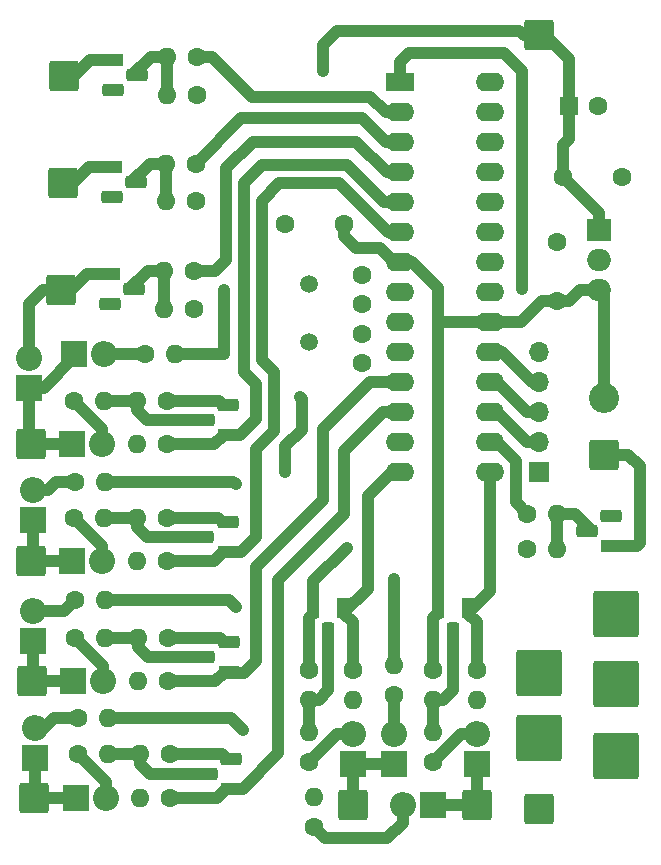
<source format=gtl>
%TF.GenerationSoftware,KiCad,Pcbnew,(6.0.4)*%
%TF.CreationDate,2023-07-23T18:33:21+02:00*%
%TF.ProjectId,OT_windows_remapper,4f545f77-696e-4646-9f77-735f72656d61,rev?*%
%TF.SameCoordinates,Original*%
%TF.FileFunction,Copper,L1,Top*%
%TF.FilePolarity,Positive*%
%FSLAX46Y46*%
G04 Gerber Fmt 4.6, Leading zero omitted, Abs format (unit mm)*
G04 Created by KiCad (PCBNEW (6.0.4)) date 2023-07-23 18:33:21*
%MOMM*%
%LPD*%
G01*
G04 APERTURE LIST*
G04 Aperture macros list*
%AMRoundRect*
0 Rectangle with rounded corners*
0 $1 Rounding radius*
0 $2 $3 $4 $5 $6 $7 $8 $9 X,Y pos of 4 corners*
0 Add a 4 corners polygon primitive as box body*
4,1,4,$2,$3,$4,$5,$6,$7,$8,$9,$2,$3,0*
0 Add four circle primitives for the rounded corners*
1,1,$1+$1,$2,$3*
1,1,$1+$1,$4,$5*
1,1,$1+$1,$6,$7*
1,1,$1+$1,$8,$9*
0 Add four rect primitives between the rounded corners*
20,1,$1+$1,$2,$3,$4,$5,0*
20,1,$1+$1,$4,$5,$6,$7,0*
20,1,$1+$1,$6,$7,$8,$9,0*
20,1,$1+$1,$8,$9,$2,$3,0*%
G04 Aperture macros list end*
%TA.AperFunction,ComponentPad*%
%ADD10C,1.600000*%
%TD*%
%TA.AperFunction,ComponentPad*%
%ADD11O,1.600000X1.600000*%
%TD*%
%TA.AperFunction,ComponentPad*%
%ADD12R,2.200000X2.200000*%
%TD*%
%TA.AperFunction,ComponentPad*%
%ADD13O,2.200000X2.200000*%
%TD*%
%TA.AperFunction,ComponentPad*%
%ADD14R,2.400000X1.600000*%
%TD*%
%TA.AperFunction,ComponentPad*%
%ADD15O,2.400000X1.600000*%
%TD*%
%TA.AperFunction,ComponentPad*%
%ADD16RoundRect,0.249999X-1.025001X-1.025001X1.025001X-1.025001X1.025001X1.025001X-1.025001X1.025001X0*%
%TD*%
%TA.AperFunction,ComponentPad*%
%ADD17R,2.000000X1.905000*%
%TD*%
%TA.AperFunction,ComponentPad*%
%ADD18O,2.000000X1.905000*%
%TD*%
%TA.AperFunction,ComponentPad*%
%ADD19R,1.100000X1.800000*%
%TD*%
%TA.AperFunction,ComponentPad*%
%ADD20RoundRect,0.275000X0.275000X0.625000X-0.275000X0.625000X-0.275000X-0.625000X0.275000X-0.625000X0*%
%TD*%
%TA.AperFunction,ComponentPad*%
%ADD21RoundRect,0.275000X0.625000X-0.275000X0.625000X0.275000X-0.625000X0.275000X-0.625000X-0.275000X0*%
%TD*%
%TA.AperFunction,ComponentPad*%
%ADD22R,1.800000X1.100000*%
%TD*%
%TA.AperFunction,ComponentPad*%
%ADD23RoundRect,0.250002X1.699998X-1.699998X1.699998X1.699998X-1.699998X1.699998X-1.699998X-1.699998X0*%
%TD*%
%TA.AperFunction,ComponentPad*%
%ADD24RoundRect,0.249999X1.025001X-1.025001X1.025001X1.025001X-1.025001X1.025001X-1.025001X-1.025001X0*%
%TD*%
%TA.AperFunction,ComponentPad*%
%ADD25RoundRect,0.250002X-1.699998X-1.699998X1.699998X-1.699998X1.699998X1.699998X-1.699998X1.699998X0*%
%TD*%
%TA.AperFunction,ComponentPad*%
%ADD26RoundRect,0.275000X-0.625000X0.275000X-0.625000X-0.275000X0.625000X-0.275000X0.625000X0.275000X0*%
%TD*%
%TA.AperFunction,ComponentPad*%
%ADD27R,1.700000X1.700000*%
%TD*%
%TA.AperFunction,ComponentPad*%
%ADD28O,1.700000X1.700000*%
%TD*%
%TA.AperFunction,ComponentPad*%
%ADD29C,1.500000*%
%TD*%
%TA.AperFunction,ComponentPad*%
%ADD30C,2.550000*%
%TD*%
%TA.AperFunction,ComponentPad*%
%ADD31R,1.600000X1.600000*%
%TD*%
%TA.AperFunction,ViaPad*%
%ADD32C,0.800000*%
%TD*%
%TA.AperFunction,Conductor*%
%ADD33C,1.000000*%
%TD*%
G04 APERTURE END LIST*
D10*
%TO.P,R32,1*%
%TO.N,Net-(D13-Pad2)*%
X133200000Y-86845001D03*
D11*
%TO.P,R32,2*%
%TO.N,Net-(C3-Pad1)*%
X133200000Y-84305001D03*
%TD*%
D10*
%TO.P,R31,1*%
%TO.N,Net-(D12-Pad2)*%
X106155000Y-78800000D03*
D11*
%TO.P,R31,2*%
%TO.N,Net-(C3-Pad1)*%
X108695000Y-78800000D03*
%TD*%
D10*
%TO.P,R30,1*%
%TO.N,Net-(D11-Pad2)*%
X106400000Y-88800000D03*
D11*
%TO.P,R30,2*%
%TO.N,Net-(C3-Pad1)*%
X108940000Y-88800000D03*
%TD*%
%TO.P,R29,2*%
%TO.N,Net-(C3-Pad1)*%
X114695000Y-58000000D03*
D10*
%TO.P,R29,1*%
%TO.N,Net-(D10-Pad2)*%
X112155000Y-58000000D03*
%TD*%
D11*
%TO.P,R28,2*%
%TO.N,Net-(C3-Pad1)*%
X108695000Y-68800000D03*
D10*
%TO.P,R28,1*%
%TO.N,Net-(D9-Pad2)*%
X106155000Y-68800000D03*
%TD*%
%TO.P,R27,1*%
%TO.N,Net-(D8-Pad2)*%
X126400000Y-98045001D03*
D11*
%TO.P,R27,2*%
%TO.N,Net-(C3-Pad1)*%
X126400000Y-95505001D03*
%TD*%
D12*
%TO.P,D13,1,K*%
%TO.N,Net-(D3-Pad1)*%
X133200000Y-92668234D03*
D13*
%TO.P,D13,2,A*%
%TO.N,Net-(D13-Pad2)*%
X133200000Y-90128234D03*
%TD*%
D12*
%TO.P,D12,1,K*%
%TO.N,Net-(D7-Pad1)*%
X102600000Y-82268234D03*
D13*
%TO.P,D12,2,A*%
%TO.N,Net-(D12-Pad2)*%
X102600000Y-79728234D03*
%TD*%
D12*
%TO.P,D11,1,K*%
%TO.N,Net-(D6-Pad1)*%
X102800000Y-92200000D03*
D13*
%TO.P,D11,2,A*%
%TO.N,Net-(D11-Pad2)*%
X102800000Y-89660000D03*
%TD*%
D12*
%TO.P,D10,1,K*%
%TO.N,Net-(D1-Pad1)*%
X106131766Y-58000000D03*
D13*
%TO.P,D10,2,A*%
%TO.N,Net-(D10-Pad2)*%
X108671766Y-58000000D03*
%TD*%
%TO.P,D9,2,A*%
%TO.N,Net-(D9-Pad2)*%
X102600000Y-69528234D03*
D12*
%TO.P,D9,1,K*%
%TO.N,Net-(D2-Pad1)*%
X102600000Y-72068234D03*
%TD*%
D13*
%TO.P,D8,2,A*%
%TO.N,Net-(D8-Pad2)*%
X133928234Y-96200000D03*
D12*
%TO.P,D8,1,K*%
%TO.N,Net-(D4-Pad1)*%
X136468234Y-96200000D03*
%TD*%
D14*
%TO.P,U1,1,~{RESET}/PC6*%
%TO.N,Net-(J5-Pad5)*%
X133700000Y-34975000D03*
D15*
%TO.P,U1,2,PD0*%
%TO.N,Net-(R11-Pad1)*%
X133700000Y-37515000D03*
%TO.P,U1,3,PD1*%
%TO.N,Net-(R12-Pad1)*%
X133700000Y-40055000D03*
%TO.P,U1,4,PD2*%
%TO.N,Net-(R13-Pad1)*%
X133700000Y-42595000D03*
%TO.P,U1,5,PD3*%
%TO.N,Net-(Q7-Pad1)*%
X133700000Y-45135000D03*
%TO.P,U1,6,PD4*%
%TO.N,Net-(Q4-Pad1)*%
X133700000Y-47675000D03*
%TO.P,U1,7,VCC*%
%TO.N,Net-(C4-Pad1)*%
X133700000Y-50215000D03*
%TO.P,U1,8,GND*%
%TO.N,GND*%
X133700000Y-52755000D03*
%TO.P,U1,9,XTAL1/PB6*%
%TO.N,Net-(C1-Pad1)*%
X133700000Y-55295000D03*
%TO.P,U1,10,XTAL2/PB7*%
%TO.N,Net-(C2-Pad1)*%
X133700000Y-57835000D03*
%TO.P,U1,11,PD5*%
%TO.N,Net-(Q9-Pad1)*%
X133700000Y-60375000D03*
%TO.P,U1,12,PD6*%
%TO.N,Net-(Q8-Pad1)*%
X133700000Y-62915000D03*
%TO.P,U1,13,PD7*%
%TO.N,unconnected-(U1-Pad13)*%
X133700000Y-65455000D03*
%TO.P,U1,14,PB0*%
%TO.N,Net-(Q5-Pad1)*%
X133700000Y-67995000D03*
%TO.P,U1,15,PB1*%
%TO.N,Net-(Q6-Pad1)*%
X141320000Y-67995000D03*
%TO.P,U1,16,PB2*%
%TO.N,Net-(R25-Pad1)*%
X141320000Y-65455000D03*
%TO.P,U1,17,PB3*%
%TO.N,Net-(J5-Pad2)*%
X141320000Y-62915000D03*
%TO.P,U1,18,PB4*%
%TO.N,Net-(J5-Pad3)*%
X141320000Y-60375000D03*
%TO.P,U1,19,PB5*%
%TO.N,Net-(J5-Pad4)*%
X141320000Y-57835000D03*
%TO.P,U1,20,AVCC*%
%TO.N,Net-(C4-Pad1)*%
X141320000Y-55295000D03*
%TO.P,U1,21,AREF*%
%TO.N,unconnected-(U1-Pad21)*%
X141320000Y-52755000D03*
%TO.P,U1,22,GND*%
%TO.N,GND*%
X141320000Y-50215000D03*
%TO.P,U1,23,PC0*%
%TO.N,unconnected-(U1-Pad23)*%
X141320000Y-47675000D03*
%TO.P,U1,24,PC1*%
%TO.N,unconnected-(U1-Pad24)*%
X141320000Y-45135000D03*
%TO.P,U1,25,PC2*%
%TO.N,unconnected-(U1-Pad25)*%
X141320000Y-42595000D03*
%TO.P,U1,26,PC3*%
%TO.N,unconnected-(U1-Pad26)*%
X141320000Y-40055000D03*
%TO.P,U1,27,PC4*%
%TO.N,unconnected-(U1-Pad27)*%
X141320000Y-37515000D03*
%TO.P,U1,28,PC5*%
%TO.N,unconnected-(U1-Pad28)*%
X141320000Y-34975000D03*
%TD*%
D12*
%TO.P,D3,1,K*%
%TO.N,Net-(D3-Pad1)*%
X129700000Y-92700000D03*
D13*
%TO.P,D3,2,A*%
%TO.N,Net-(D3-Pad2)*%
X129700000Y-90160000D03*
%TD*%
D10*
%TO.P,C5,1*%
%TO.N,Net-(C4-Pad1)*%
X129000000Y-47000000D03*
%TO.P,C5,2*%
%TO.N,GND*%
X124000000Y-47000000D03*
%TD*%
D16*
%TO.P,J10,1,Pin_1*%
%TO.N,Net-(D6-Pad1)*%
X102750000Y-95550000D03*
%TD*%
D12*
%TO.P,D4,1,K*%
%TO.N,Net-(D4-Pad1)*%
X140200000Y-92700000D03*
D13*
%TO.P,D4,2,A*%
%TO.N,Net-(D4-Pad2)*%
X140200000Y-90160000D03*
%TD*%
D17*
%TO.P,U2,1,IN*%
%TO.N,Net-(C3-Pad1)*%
X150555000Y-47460000D03*
D18*
%TO.P,U2,2,GND*%
%TO.N,GND*%
X150555000Y-50000000D03*
%TO.P,U2,3,OUT*%
%TO.N,Net-(C4-Pad1)*%
X150555000Y-52540000D03*
%TD*%
D10*
%TO.P,R2,1*%
%TO.N,GND*%
X116515000Y-36021000D03*
D11*
%TO.P,R2,2*%
%TO.N,Net-(Q1-Pad2)*%
X113975000Y-36021000D03*
%TD*%
D10*
%TO.P,R24,1*%
%TO.N,Net-(Q9-Pad1)*%
X114045000Y-85700000D03*
D11*
%TO.P,R24,2*%
%TO.N,GND*%
X111505000Y-85700000D03*
%TD*%
D10*
%TO.P,R16,1*%
%TO.N,Net-(C4-Pad1)*%
X113970000Y-61924000D03*
D11*
%TO.P,R16,2*%
%TO.N,Net-(Q7-Pad2)*%
X111430000Y-61924000D03*
%TD*%
%TO.P,R4,2*%
%TO.N,Net-(Q3-Pad2)*%
X113721000Y-54128500D03*
D10*
%TO.P,R4,1*%
%TO.N,GND*%
X116261000Y-54128500D03*
%TD*%
%TO.P,C1,1*%
%TO.N,Net-(C1-Pad1)*%
X130500000Y-53750000D03*
%TO.P,C1,2*%
%TO.N,GND*%
X130500000Y-51250000D03*
%TD*%
D19*
%TO.P,Q5,1,C*%
%TO.N,Net-(Q5-Pad1)*%
X128920000Y-79520000D03*
D20*
%TO.P,Q5,2,B*%
%TO.N,Net-(Q5-Pad2)*%
X127650000Y-81590000D03*
%TO.P,Q5,3,E*%
%TO.N,Net-(C4-Pad1)*%
X126380000Y-79520000D03*
%TD*%
D21*
%TO.P,Q9,3,E*%
%TO.N,Net-(C4-Pad1)*%
X119220000Y-82380000D03*
%TO.P,Q9,2,B*%
%TO.N,Net-(Q9-Pad2)*%
X117150000Y-83650000D03*
D22*
%TO.P,Q9,1,C*%
%TO.N,Net-(Q9-Pad1)*%
X119220000Y-84920000D03*
%TD*%
D23*
%TO.P,J2,1,Pin_1*%
%TO.N,Net-(J15-Pad1)*%
X152000000Y-80000000D03*
%TD*%
%TO.P,J4,1,Pin_1*%
%TO.N,Net-(J15-Pad1)*%
X152000000Y-92000000D03*
%TD*%
D16*
%TO.P,J11,1,Pin_1*%
%TO.N,Net-(D7-Pad1)*%
X102550000Y-85700000D03*
%TD*%
D10*
%TO.P,R15,1*%
%TO.N,Net-(C4-Pad1)*%
X136500000Y-84695000D03*
D11*
%TO.P,R15,2*%
%TO.N,Net-(Q6-Pad2)*%
X136500000Y-87235000D03*
%TD*%
D10*
%TO.P,C6,1*%
%TO.N,Net-(C3-Pad1)*%
X147500000Y-43000000D03*
%TO.P,C6,2*%
%TO.N,GND*%
X152500000Y-43000000D03*
%TD*%
D24*
%TO.P,J13,1,Pin_1*%
%TO.N,Net-(D4-Pad1)*%
X140200000Y-96190000D03*
%TD*%
D10*
%TO.P,R25,1*%
%TO.N,Net-(R25-Pad1)*%
X144455000Y-71500000D03*
D11*
%TO.P,R25,2*%
%TO.N,Net-(Q10-Pad2)*%
X146995000Y-71500000D03*
%TD*%
D25*
%TO.P,J18,1,Pin_1*%
%TO.N,GND*%
X145500000Y-85000000D03*
%TD*%
D11*
%TO.P,R13,2*%
%TO.N,Net-(Q3-Pad2)*%
X113716000Y-50928500D03*
D10*
%TO.P,R13,1*%
%TO.N,Net-(R13-Pad1)*%
X116256000Y-50928500D03*
%TD*%
%TO.P,R9,1*%
%TO.N,Net-(D7-Pad2)*%
X106200000Y-82000000D03*
D11*
%TO.P,R9,2*%
%TO.N,Net-(Q9-Pad2)*%
X108740000Y-82000000D03*
%TD*%
D26*
%TO.P,Q3,3,E*%
%TO.N,GND*%
X109116000Y-53773500D03*
%TO.P,Q3,2,B*%
%TO.N,Net-(Q3-Pad2)*%
X111186000Y-52503500D03*
D22*
%TO.P,Q3,1,C*%
%TO.N,Net-(D1-Pad2)*%
X109116000Y-51233500D03*
%TD*%
D10*
%TO.P,R19,1*%
%TO.N,Net-(Q4-Pad1)*%
X113941000Y-75530000D03*
D11*
%TO.P,R19,2*%
%TO.N,GND*%
X111401000Y-75530000D03*
%TD*%
D12*
%TO.P,D2,1,K*%
%TO.N,Net-(D2-Pad1)*%
X105936000Y-75530000D03*
D13*
%TO.P,D2,2,A*%
%TO.N,Net-(D2-Pad2)*%
X108476000Y-75530000D03*
%TD*%
D10*
%TO.P,R12,1*%
%TO.N,Net-(R12-Pad1)*%
X116425500Y-41858000D03*
D11*
%TO.P,R12,2*%
%TO.N,Net-(Q2-Pad2)*%
X113885500Y-41858000D03*
%TD*%
D16*
%TO.P,J1,1,Pin_1*%
%TO.N,Net-(C3-Pad1)*%
X145500000Y-31000000D03*
%TD*%
D12*
%TO.P,D7,1,K*%
%TO.N,Net-(D7-Pad1)*%
X106040000Y-85700000D03*
D13*
%TO.P,D7,2,A*%
%TO.N,Net-(D7-Pad2)*%
X108580000Y-85700000D03*
%TD*%
D22*
%TO.P,Q2,1,C*%
%TO.N,Net-(J7-Pad1)*%
X109285500Y-42163000D03*
D26*
%TO.P,Q2,2,B*%
%TO.N,Net-(Q2-Pad2)*%
X111355500Y-43433000D03*
%TO.P,Q2,3,E*%
%TO.N,GND*%
X109285500Y-44703000D03*
%TD*%
D27*
%TO.P,J5,1,Pin_1*%
%TO.N,GND*%
X145500000Y-68000000D03*
D28*
%TO.P,J5,2,Pin_2*%
%TO.N,Net-(J5-Pad2)*%
X145500000Y-65460000D03*
%TO.P,J5,3,Pin_3*%
%TO.N,Net-(J5-Pad3)*%
X145500000Y-62920000D03*
%TO.P,J5,4,Pin_4*%
%TO.N,Net-(J5-Pad4)*%
X145500000Y-60380000D03*
%TO.P,J5,5,Pin_5*%
%TO.N,Net-(J5-Pad5)*%
X145500000Y-57840000D03*
%TD*%
D16*
%TO.P,J7,1,Pin_1*%
%TO.N,Net-(J7-Pad1)*%
X105180500Y-43483000D03*
%TD*%
%TO.P,J17,1,Pin_1*%
%TO.N,GND*%
X145500000Y-96500000D03*
%TD*%
D10*
%TO.P,R1,1*%
%TO.N,Net-(D2-Pad2)*%
X106096000Y-71830000D03*
D11*
%TO.P,R1,2*%
%TO.N,Net-(Q4-Pad2)*%
X108636000Y-71830000D03*
%TD*%
D10*
%TO.P,C2,1*%
%TO.N,Net-(C2-Pad1)*%
X130500000Y-56250000D03*
%TO.P,C2,2*%
%TO.N,GND*%
X130500000Y-58750000D03*
%TD*%
D29*
%TO.P,Y1,1,1*%
%TO.N,Net-(C2-Pad1)*%
X126000000Y-56950000D03*
%TO.P,Y1,2,2*%
%TO.N,Net-(C1-Pad1)*%
X126000000Y-52070000D03*
%TD*%
D22*
%TO.P,Q4,1,C*%
%TO.N,Net-(Q4-Pad1)*%
X119116000Y-74750000D03*
D21*
%TO.P,Q4,2,B*%
%TO.N,Net-(Q4-Pad2)*%
X117046000Y-73480000D03*
%TO.P,Q4,3,E*%
%TO.N,Net-(C4-Pad1)*%
X119116000Y-72210000D03*
%TD*%
D25*
%TO.P,J19,1,Pin_1*%
%TO.N,GND*%
X145500000Y-90500000D03*
%TD*%
D23*
%TO.P,J15,1,Pin_1*%
%TO.N,Net-(J15-Pad1)*%
X152000000Y-85950000D03*
%TD*%
D24*
%TO.P,J3,1,Pin_1*%
%TO.N,Net-(J3-Pad1)*%
X151000000Y-66500000D03*
D30*
%TO.P,J3,2,Pin_2*%
%TO.N,Net-(C4-Pad1)*%
X151000000Y-61700000D03*
%TD*%
D12*
%TO.P,D5,1,K*%
%TO.N,Net-(D1-Pad1)*%
X105965000Y-65624000D03*
D13*
%TO.P,D5,2,A*%
%TO.N,Net-(D5-Pad2)*%
X108505000Y-65624000D03*
%TD*%
D10*
%TO.P,R6,1*%
%TO.N,Net-(D4-Pad2)*%
X136500000Y-92540000D03*
D11*
%TO.P,R6,2*%
%TO.N,Net-(Q6-Pad2)*%
X136500000Y-90000000D03*
%TD*%
D22*
%TO.P,Q1,1,C*%
%TO.N,Net-(J6-Pad1)*%
X109370000Y-33126000D03*
D26*
%TO.P,Q1,2,B*%
%TO.N,Net-(Q1-Pad2)*%
X111440000Y-34396000D03*
%TO.P,Q1,3,E*%
%TO.N,GND*%
X109370000Y-35666000D03*
%TD*%
D12*
%TO.P,D6,1,K*%
%TO.N,Net-(D6-Pad1)*%
X106240000Y-95550000D03*
D13*
%TO.P,D6,2,A*%
%TO.N,Net-(D6-Pad2)*%
X108780000Y-95550000D03*
%TD*%
D10*
%TO.P,R26,1*%
%TO.N,GND*%
X144455000Y-74500000D03*
D11*
%TO.P,R26,2*%
%TO.N,Net-(Q10-Pad2)*%
X146995000Y-74500000D03*
%TD*%
D22*
%TO.P,Q8,1,C*%
%TO.N,Net-(Q8-Pad1)*%
X119420000Y-94770000D03*
D21*
%TO.P,Q8,2,B*%
%TO.N,Net-(Q8-Pad2)*%
X117350000Y-93500000D03*
%TO.P,Q8,3,E*%
%TO.N,Net-(C4-Pad1)*%
X119420000Y-92230000D03*
%TD*%
D10*
%TO.P,R22,1*%
%TO.N,Net-(Q7-Pad1)*%
X113970000Y-65624000D03*
D11*
%TO.P,R22,2*%
%TO.N,GND*%
X111430000Y-65624000D03*
%TD*%
D12*
%TO.P,D1,1,K*%
%TO.N,Net-(D1-Pad1)*%
X102286000Y-60852234D03*
D13*
%TO.P,D1,2,A*%
%TO.N,Net-(D1-Pad2)*%
X102286000Y-58312234D03*
%TD*%
D22*
%TO.P,Q7,1,C*%
%TO.N,Net-(Q7-Pad1)*%
X119145000Y-64844000D03*
D21*
%TO.P,Q7,2,B*%
%TO.N,Net-(Q7-Pad2)*%
X117075000Y-63574000D03*
%TO.P,Q7,3,E*%
%TO.N,Net-(C4-Pad1)*%
X119145000Y-62304000D03*
%TD*%
D10*
%TO.P,R11,1*%
%TO.N,Net-(R11-Pad1)*%
X116510000Y-32821000D03*
D11*
%TO.P,R11,2*%
%TO.N,Net-(Q1-Pad2)*%
X113970000Y-32821000D03*
%TD*%
D10*
%TO.P,R21,1*%
%TO.N,Net-(Q6-Pad1)*%
X140200000Y-84695000D03*
D11*
%TO.P,R21,2*%
%TO.N,GND*%
X140200000Y-87235000D03*
%TD*%
%TO.P,R8,2*%
%TO.N,Net-(Q8-Pad2)*%
X108940000Y-91850000D03*
D10*
%TO.P,R8,1*%
%TO.N,Net-(D6-Pad2)*%
X106400000Y-91850000D03*
%TD*%
D16*
%TO.P,J9,1,Pin_1*%
%TO.N,Net-(D1-Pad1)*%
X102475000Y-65624000D03*
%TD*%
D10*
%TO.P,C4,1*%
%TO.N,Net-(C4-Pad1)*%
X147000000Y-53500000D03*
%TO.P,C4,2*%
%TO.N,GND*%
X147000000Y-48500000D03*
%TD*%
D16*
%TO.P,J8,1,Pin_1*%
%TO.N,Net-(D1-Pad2)*%
X105011000Y-52553500D03*
%TD*%
D19*
%TO.P,Q6,1,C*%
%TO.N,Net-(Q6-Pad1)*%
X139420000Y-79520000D03*
D20*
%TO.P,Q6,2,B*%
%TO.N,Net-(Q6-Pad2)*%
X138150000Y-81590000D03*
%TO.P,Q6,3,E*%
%TO.N,Net-(C4-Pad1)*%
X136880000Y-79520000D03*
%TD*%
D10*
%TO.P,R20,1*%
%TO.N,Net-(Q5-Pad1)*%
X129700000Y-84695000D03*
D11*
%TO.P,R20,2*%
%TO.N,GND*%
X129700000Y-87235000D03*
%TD*%
D16*
%TO.P,J14,1,Pin_1*%
%TO.N,Net-(D2-Pad1)*%
X102446000Y-75530000D03*
%TD*%
D22*
%TO.P,Q10,1,C*%
%TO.N,Net-(J3-Pad1)*%
X151595000Y-74195000D03*
D21*
%TO.P,Q10,2,B*%
%TO.N,Net-(Q10-Pad2)*%
X149525000Y-72925000D03*
%TO.P,Q10,3,E*%
%TO.N,GND*%
X151595000Y-71655000D03*
%TD*%
D16*
%TO.P,J6,1,Pin_1*%
%TO.N,Net-(J6-Pad1)*%
X105265000Y-34446000D03*
%TD*%
D10*
%TO.P,R7,1*%
%TO.N,Net-(D5-Pad2)*%
X106125000Y-61924000D03*
D11*
%TO.P,R7,2*%
%TO.N,Net-(Q7-Pad2)*%
X108665000Y-61924000D03*
%TD*%
D10*
%TO.P,R18,1*%
%TO.N,Net-(C4-Pad1)*%
X114045000Y-82000000D03*
D11*
%TO.P,R18,2*%
%TO.N,Net-(Q9-Pad2)*%
X111505000Y-82000000D03*
%TD*%
D31*
%TO.P,C3,1*%
%TO.N,Net-(C3-Pad1)*%
X148000000Y-37000000D03*
D10*
%TO.P,C3,2*%
%TO.N,GND*%
X150500000Y-37000000D03*
%TD*%
%TO.P,R14,1*%
%TO.N,Net-(C4-Pad1)*%
X126000000Y-84695000D03*
D11*
%TO.P,R14,2*%
%TO.N,Net-(Q5-Pad2)*%
X126000000Y-87235000D03*
%TD*%
D10*
%TO.P,R3,1*%
%TO.N,GND*%
X116430500Y-45058000D03*
D11*
%TO.P,R3,2*%
%TO.N,Net-(Q2-Pad2)*%
X113890500Y-45058000D03*
%TD*%
D24*
%TO.P,J12,1,Pin_1*%
%TO.N,Net-(D3-Pad1)*%
X129700000Y-96190000D03*
%TD*%
D10*
%TO.P,R17,1*%
%TO.N,Net-(C4-Pad1)*%
X114245000Y-91850000D03*
D11*
%TO.P,R17,2*%
%TO.N,Net-(Q8-Pad2)*%
X111705000Y-91850000D03*
%TD*%
D10*
%TO.P,R23,1*%
%TO.N,Net-(Q8-Pad1)*%
X114245000Y-95550000D03*
D11*
%TO.P,R23,2*%
%TO.N,GND*%
X111705000Y-95550000D03*
%TD*%
D10*
%TO.P,R10,1*%
%TO.N,Net-(C4-Pad1)*%
X113941000Y-71830000D03*
D11*
%TO.P,R10,2*%
%TO.N,Net-(Q4-Pad2)*%
X111401000Y-71830000D03*
%TD*%
D10*
%TO.P,R5,1*%
%TO.N,Net-(D3-Pad2)*%
X126000000Y-92540000D03*
D11*
%TO.P,R5,2*%
%TO.N,Net-(Q5-Pad2)*%
X126000000Y-90000000D03*
%TD*%
D32*
%TO.N,Net-(C3-Pad1)*%
X133200000Y-77000000D03*
X127200000Y-34000000D03*
X125200000Y-61600000D03*
X124000000Y-68000000D03*
X120400000Y-89800000D03*
%TO.N,Net-(C4-Pad1)*%
X129200000Y-74400000D03*
%TO.N,Net-(C3-Pad1)*%
X118800000Y-52600000D03*
X119800000Y-69000000D03*
X119800000Y-79400000D03*
%TO.N,Net-(J5-Pad5)*%
X144000000Y-52500000D03*
%TD*%
D33*
%TO.N,Net-(Q8-Pad1)*%
X132285000Y-62915000D02*
X133700000Y-62915000D01*
X129000000Y-66200000D02*
X132285000Y-62915000D01*
X123400000Y-77100000D02*
X129000000Y-71500000D01*
X129000000Y-71500000D02*
X129000000Y-66200000D01*
X123400000Y-91800000D02*
X123400000Y-77100000D01*
X119020000Y-94770000D02*
X120430000Y-94770000D01*
X120430000Y-94770000D02*
X123400000Y-91800000D01*
%TO.N,Net-(C3-Pad1)*%
X133200000Y-84305001D02*
X133200000Y-77000000D01*
%TO.N,Net-(C4-Pad1)*%
X137105000Y-55295000D02*
X136880000Y-55520000D01*
X141320000Y-55295000D02*
X137105000Y-55295000D01*
X136880000Y-55520000D02*
X136880000Y-52380000D01*
X136880000Y-79920000D02*
X136880000Y-55520000D01*
X136880000Y-52380000D02*
X134715000Y-50215000D01*
X134715000Y-50215000D02*
X133700000Y-50215000D01*
%TO.N,Net-(C3-Pad1)*%
X127800000Y-31200000D02*
X127200000Y-31800000D01*
X127200000Y-31800000D02*
X127200000Y-34000000D01*
X128400000Y-30600000D02*
X127800000Y-31200000D01*
X144200000Y-31000000D02*
X143800000Y-30600000D01*
X145500000Y-31000000D02*
X144200000Y-31000000D01*
X143800000Y-30600000D02*
X128400000Y-30600000D01*
%TO.N,Net-(R11-Pad1)*%
X132515000Y-37515000D02*
X133700000Y-37515000D01*
X131200000Y-36200000D02*
X132515000Y-37515000D01*
X121200000Y-36200000D02*
X131200000Y-36200000D01*
X116510000Y-32821000D02*
X117821000Y-32821000D01*
X117821000Y-32821000D02*
X121200000Y-36200000D01*
%TO.N,Net-(C3-Pad1)*%
X125400000Y-61800000D02*
X125200000Y-61600000D01*
X125400000Y-64403622D02*
X125400000Y-61800000D01*
X124000000Y-65803622D02*
X125400000Y-64403622D01*
X124000000Y-68000000D02*
X124000000Y-65803622D01*
%TO.N,Net-(Q9-Pad1)*%
X121500000Y-84000000D02*
X120500000Y-85000000D01*
X121500000Y-76000000D02*
X121500000Y-84000000D01*
X127200000Y-70300000D02*
X121500000Y-76000000D01*
X120500000Y-85000000D02*
X118900000Y-85000000D01*
X131125000Y-60375000D02*
X127200000Y-64300000D01*
X133700000Y-60375000D02*
X131125000Y-60375000D01*
X127200000Y-64300000D02*
X127200000Y-70300000D01*
X118900000Y-85000000D02*
X118820000Y-84920000D01*
%TO.N,Net-(C3-Pad1)*%
X119400000Y-88800000D02*
X120400000Y-89800000D01*
X108940000Y-88800000D02*
X119400000Y-88800000D01*
%TO.N,Net-(D4-Pad1)*%
X140190000Y-96200000D02*
X140200000Y-96190000D01*
X136468234Y-96200000D02*
X140190000Y-96200000D01*
%TO.N,Net-(C4-Pad1)*%
X126380000Y-77220000D02*
X129200000Y-74400000D01*
X126380000Y-79920000D02*
X126380000Y-77220000D01*
%TO.N,Net-(C3-Pad1)*%
X118800000Y-52600000D02*
X118800000Y-58000000D01*
X118800000Y-58000000D02*
X114695000Y-58000000D01*
X119600000Y-68800000D02*
X119800000Y-69000000D01*
X108695000Y-68800000D02*
X119600000Y-68800000D01*
X119200000Y-78800000D02*
X119800000Y-79400000D01*
X108695000Y-78800000D02*
X119200000Y-78800000D01*
%TO.N,Net-(D8-Pad2)*%
X133928234Y-97671766D02*
X133928234Y-96200000D01*
X132600000Y-99000000D02*
X133928234Y-97671766D01*
X127354999Y-99000000D02*
X132600000Y-99000000D01*
X126400000Y-98045001D02*
X127354999Y-99000000D01*
%TO.N,Net-(D13-Pad2)*%
X133200000Y-90128234D02*
X133200000Y-86845001D01*
%TO.N,Net-(D3-Pad1)*%
X129731766Y-92668234D02*
X129700000Y-92700000D01*
X133200000Y-92668234D02*
X129731766Y-92668234D01*
%TO.N,Net-(D11-Pad2)*%
X104400000Y-88800000D02*
X106400000Y-88800000D01*
X102800000Y-89660000D02*
X103540000Y-89660000D01*
X103540000Y-89660000D02*
X104400000Y-88800000D01*
%TO.N,Net-(D6-Pad1)*%
X102800000Y-95500000D02*
X102750000Y-95550000D01*
X102800000Y-92200000D02*
X102800000Y-95500000D01*
%TO.N,Net-(D7-Pad1)*%
X102600000Y-82268234D02*
X102600000Y-85650000D01*
X102600000Y-85650000D02*
X102550000Y-85700000D01*
%TO.N,Net-(D12-Pad2)*%
X105226766Y-79728234D02*
X106155000Y-78800000D01*
X102600000Y-79728234D02*
X105226766Y-79728234D01*
%TO.N,Net-(D2-Pad1)*%
X102600000Y-75376000D02*
X102446000Y-75530000D01*
X102600000Y-72068234D02*
X102600000Y-75376000D01*
%TO.N,Net-(D9-Pad2)*%
X104600000Y-68800000D02*
X106155000Y-68800000D01*
X103871766Y-69528234D02*
X104600000Y-68800000D01*
X102600000Y-69528234D02*
X103871766Y-69528234D01*
%TO.N,Net-(D10-Pad2)*%
X108671766Y-58000000D02*
X112155000Y-58000000D01*
%TO.N,Net-(D1-Pad1)*%
X106131766Y-58268234D02*
X106131766Y-58000000D01*
X103547766Y-60852234D02*
X106131766Y-58268234D01*
X102286000Y-60852234D02*
X103547766Y-60852234D01*
%TO.N,Net-(C3-Pad1)*%
X150555000Y-46055000D02*
X150555000Y-47460000D01*
X146500000Y-31500000D02*
X148000000Y-33000000D01*
X147500000Y-40250000D02*
X148000000Y-39750000D01*
X148000000Y-37000000D02*
X148000000Y-33000000D01*
X147500000Y-43000000D02*
X147500000Y-40250000D01*
X147500000Y-43000000D02*
X150555000Y-46055000D01*
X148000000Y-39750000D02*
X148000000Y-37000000D01*
%TO.N,Net-(C4-Pad1)*%
X129000000Y-48000000D02*
X129000000Y-47000000D01*
X118440000Y-82000000D02*
X118820000Y-82380000D01*
X133215000Y-50215000D02*
X132000000Y-49000000D01*
X136500000Y-80300000D02*
X136880000Y-79920000D01*
X114245000Y-91850000D02*
X118640000Y-91850000D01*
X132000000Y-49000000D02*
X130000000Y-49000000D01*
X126000000Y-84695000D02*
X126000000Y-80300000D01*
X118365000Y-61924000D02*
X118745000Y-62304000D01*
X148000000Y-53500000D02*
X148960000Y-52540000D01*
X141320000Y-55295000D02*
X143955000Y-55295000D01*
X145750000Y-53500000D02*
X147000000Y-53500000D01*
X147000000Y-53500000D02*
X148000000Y-53500000D01*
X151000000Y-52985000D02*
X150555000Y-52540000D01*
X143955000Y-55295000D02*
X145750000Y-53500000D01*
X126000000Y-80300000D02*
X126380000Y-79920000D01*
X148960000Y-52540000D02*
X150555000Y-52540000D01*
X114045000Y-82000000D02*
X118440000Y-82000000D01*
X136500000Y-84695000D02*
X136500000Y-80300000D01*
X113941000Y-71830000D02*
X118336000Y-71830000D01*
X113970000Y-61924000D02*
X118365000Y-61924000D01*
X118336000Y-71830000D02*
X118716000Y-72210000D01*
X151000000Y-61700000D02*
X151000000Y-52985000D01*
X118640000Y-91850000D02*
X119020000Y-92230000D01*
X130000000Y-49000000D02*
X129000000Y-48000000D01*
%TO.N,Net-(D2-Pad2)*%
X108476000Y-74210000D02*
X108476000Y-75530000D01*
X106096000Y-71830000D02*
X108476000Y-74210000D01*
%TO.N,Net-(D3-Pad2)*%
X128380000Y-90160000D02*
X129700000Y-90160000D01*
X126000000Y-92540000D02*
X128380000Y-90160000D01*
%TO.N,Net-(D4-Pad2)*%
X138880000Y-90160000D02*
X140200000Y-90160000D01*
X136500000Y-92540000D02*
X138880000Y-90160000D01*
%TO.N,Net-(D5-Pad2)*%
X108505000Y-64304000D02*
X108505000Y-65624000D01*
X106125000Y-61924000D02*
X108505000Y-64304000D01*
%TO.N,Net-(D6-Pad2)*%
X108780000Y-94230000D02*
X108780000Y-95550000D01*
X106400000Y-91850000D02*
X108780000Y-94230000D01*
%TO.N,Net-(D7-Pad2)*%
X108580000Y-84380000D02*
X108580000Y-85700000D01*
X106200000Y-82000000D02*
X108580000Y-84380000D01*
%TO.N,Net-(J5-Pad2)*%
X141915000Y-62915000D02*
X144460000Y-65460000D01*
X144460000Y-65460000D02*
X145500000Y-65460000D01*
X141320000Y-62915000D02*
X141915000Y-62915000D01*
%TO.N,Net-(J5-Pad3)*%
X141875000Y-60375000D02*
X144420000Y-62920000D01*
X144420000Y-62920000D02*
X145500000Y-62920000D01*
X141320000Y-60375000D02*
X141875000Y-60375000D01*
%TO.N,Net-(J5-Pad4)*%
X141320000Y-57835000D02*
X142335000Y-57835000D01*
X142335000Y-57835000D02*
X144880000Y-60380000D01*
X144880000Y-60380000D02*
X145500000Y-60380000D01*
%TO.N,Net-(Q1-Pad2)*%
X113970000Y-36016000D02*
X113975000Y-36021000D01*
X112615000Y-32821000D02*
X111040000Y-34396000D01*
X113970000Y-32821000D02*
X113970000Y-36016000D01*
X113970000Y-32821000D02*
X112615000Y-32821000D01*
%TO.N,Net-(Q2-Pad2)*%
X113885500Y-41858000D02*
X113885500Y-45053000D01*
X113885500Y-45053000D02*
X113890500Y-45058000D01*
X113885500Y-41858000D02*
X112530500Y-41858000D01*
X112530500Y-41858000D02*
X110955500Y-43433000D01*
%TO.N,Net-(Q3-Pad2)*%
X113716000Y-50928500D02*
X113716000Y-54123500D01*
X112361000Y-50928500D02*
X110786000Y-52503500D01*
X113716000Y-54123500D02*
X113721000Y-54128500D01*
X113716000Y-50928500D02*
X112361000Y-50928500D01*
%TO.N,Net-(Q4-Pad1)*%
X128500000Y-43500000D02*
X132675000Y-47675000D01*
X121500000Y-66000000D02*
X123000000Y-64500000D01*
X122000000Y-58500000D02*
X122000000Y-45000000D01*
X121500000Y-73500000D02*
X121500000Y-66000000D01*
X122000000Y-45000000D02*
X123500000Y-43500000D01*
X117936000Y-75530000D02*
X118666000Y-74800000D01*
X120250000Y-74750000D02*
X121500000Y-73500000D01*
X123500000Y-43500000D02*
X128500000Y-43500000D01*
X118716000Y-74750000D02*
X120250000Y-74750000D01*
X123000000Y-64500000D02*
X123000000Y-59500000D01*
X132675000Y-47675000D02*
X133700000Y-47675000D01*
X113941000Y-75530000D02*
X117936000Y-75530000D01*
X123000000Y-59500000D02*
X122000000Y-58500000D01*
%TO.N,Net-(Q4-Pad2)*%
X108636000Y-71830000D02*
X111401000Y-71830000D01*
X111401000Y-71830000D02*
X111401000Y-72635000D01*
X112246000Y-73480000D02*
X117446000Y-73480000D01*
X111401000Y-72635000D02*
X112246000Y-73480000D01*
%TO.N,Net-(Q5-Pad1)*%
X131000000Y-77840000D02*
X131000000Y-70000000D01*
X128920000Y-79920000D02*
X131000000Y-77840000D01*
X129700000Y-80700000D02*
X128970000Y-79970000D01*
X129700000Y-84695000D02*
X129700000Y-80700000D01*
X133005000Y-67995000D02*
X131000000Y-70000000D01*
X133700000Y-67995000D02*
X133005000Y-67995000D01*
%TO.N,Net-(Q5-Pad2)*%
X127650000Y-86390000D02*
X127650000Y-81190000D01*
X126000000Y-90000000D02*
X126000000Y-87235000D01*
X126805000Y-87235000D02*
X127650000Y-86390000D01*
X126000000Y-87235000D02*
X126805000Y-87235000D01*
%TO.N,Net-(Q6-Pad1)*%
X139420000Y-79920000D02*
X141320000Y-78020000D01*
X141320000Y-78020000D02*
X141320000Y-67995000D01*
X140200000Y-84695000D02*
X140200000Y-80700000D01*
X140200000Y-80700000D02*
X139470000Y-79970000D01*
%TO.N,Net-(Q6-Pad2)*%
X138150000Y-86390000D02*
X138150000Y-81190000D01*
X137305000Y-87235000D02*
X138150000Y-86390000D01*
X136500000Y-87235000D02*
X137305000Y-87235000D01*
X136500000Y-90000000D02*
X136500000Y-87235000D01*
%TO.N,Net-(Q7-Pad1)*%
X113970000Y-65624000D02*
X117965000Y-65624000D01*
X120156000Y-64844000D02*
X121500000Y-63500000D01*
X121500000Y-63500000D02*
X121500000Y-60500000D01*
X129250000Y-42000000D02*
X132385000Y-45135000D01*
X121500000Y-60500000D02*
X120500000Y-59500000D01*
X117965000Y-65624000D02*
X118695000Y-64894000D01*
X120500000Y-43500000D02*
X122000000Y-42000000D01*
X120500000Y-59500000D02*
X120500000Y-43500000D01*
X118745000Y-64844000D02*
X120156000Y-64844000D01*
X132385000Y-45135000D02*
X133700000Y-45135000D01*
X122000000Y-42000000D02*
X129250000Y-42000000D01*
%TO.N,Net-(Q7-Pad2)*%
X111430000Y-61924000D02*
X111430000Y-62729000D01*
X112275000Y-63574000D02*
X117475000Y-63574000D01*
X108665000Y-61924000D02*
X111430000Y-61924000D01*
X111430000Y-62729000D02*
X112275000Y-63574000D01*
%TO.N,Net-(Q8-Pad1)*%
X118240000Y-95550000D02*
X118970000Y-94820000D01*
X114245000Y-95550000D02*
X118240000Y-95550000D01*
%TO.N,Net-(Q8-Pad2)*%
X111705000Y-91850000D02*
X111705000Y-92655000D01*
X108940000Y-91850000D02*
X111705000Y-91850000D01*
X112550000Y-93500000D02*
X117750000Y-93500000D01*
X111705000Y-92655000D02*
X112550000Y-93500000D01*
%TO.N,Net-(Q9-Pad1)*%
X118040000Y-85700000D02*
X118770000Y-84970000D01*
X114045000Y-85700000D02*
X118040000Y-85700000D01*
%TO.N,Net-(Q9-Pad2)*%
X111505000Y-82000000D02*
X111505000Y-82805000D01*
X112350000Y-83650000D02*
X117550000Y-83650000D01*
X111505000Y-82805000D02*
X112350000Y-83650000D01*
X108740000Y-82000000D02*
X111505000Y-82000000D01*
%TO.N,Net-(R12-Pad1)*%
X133700000Y-40055000D02*
X132555000Y-40055000D01*
X130500000Y-38000000D02*
X120283500Y-38000000D01*
X132555000Y-40055000D02*
X130500000Y-38000000D01*
X120283500Y-38000000D02*
X116425500Y-41858000D01*
%TO.N,Net-(R13-Pad1)*%
X132595000Y-42595000D02*
X133700000Y-42595000D01*
X116256000Y-50928500D02*
X118071500Y-50928500D01*
X130000000Y-40000000D02*
X132595000Y-42595000D01*
X119000000Y-42250000D02*
X121250000Y-40000000D01*
X118071500Y-50928500D02*
X119000000Y-50000000D01*
X119000000Y-50000000D02*
X119000000Y-42250000D01*
X121250000Y-40000000D02*
X130000000Y-40000000D01*
%TO.N,Net-(D1-Pad1)*%
X102475000Y-65624000D02*
X105965000Y-65624000D01*
X102286000Y-65435000D02*
X102475000Y-65624000D01*
X102286000Y-60852234D02*
X102286000Y-65435000D01*
%TO.N,Net-(D1-Pad2)*%
X105011000Y-52553500D02*
X105861000Y-52553500D01*
X105011000Y-52553500D02*
X103446500Y-52553500D01*
X105861000Y-52553500D02*
X107181000Y-51233500D01*
X107181000Y-51233500D02*
X109516000Y-51233500D01*
X103446500Y-52553500D02*
X102286000Y-53714000D01*
X102286000Y-53714000D02*
X102286000Y-58312234D01*
%TO.N,Net-(D2-Pad1)*%
X102446000Y-75530000D02*
X105936000Y-75530000D01*
%TO.N,Net-(D3-Pad1)*%
X129700000Y-96190000D02*
X129700000Y-92700000D01*
%TO.N,Net-(D4-Pad1)*%
X140200000Y-96190000D02*
X140200000Y-92700000D01*
%TO.N,Net-(D6-Pad1)*%
X102750000Y-95550000D02*
X106240000Y-95550000D01*
%TO.N,Net-(D7-Pad1)*%
X102550000Y-85700000D02*
X106040000Y-85700000D01*
%TO.N,Net-(J3-Pad1)*%
X153805000Y-74195000D02*
X151195000Y-74195000D01*
X154000000Y-67500000D02*
X154000000Y-74000000D01*
X153000000Y-66500000D02*
X154000000Y-67500000D01*
X154000000Y-74000000D02*
X153805000Y-74195000D01*
X151000000Y-66500000D02*
X153000000Y-66500000D01*
%TO.N,Net-(J6-Pad1)*%
X106115000Y-34446000D02*
X107435000Y-33126000D01*
X107435000Y-33126000D02*
X109770000Y-33126000D01*
X105265000Y-34446000D02*
X106115000Y-34446000D01*
%TO.N,Net-(J7-Pad1)*%
X105180500Y-43483000D02*
X106030500Y-43483000D01*
X107350500Y-42163000D02*
X109685500Y-42163000D01*
X106030500Y-43483000D02*
X107350500Y-42163000D01*
%TO.N,Net-(Q10-Pad2)*%
X146995000Y-71500000D02*
X146995000Y-74500000D01*
X148500000Y-71500000D02*
X149925000Y-72925000D01*
X148500000Y-71500000D02*
X146995000Y-71500000D01*
%TO.N,Net-(J5-Pad5)*%
X134500000Y-32500000D02*
X133700000Y-33300000D01*
X133700000Y-33300000D02*
X133700000Y-34975000D01*
X144000000Y-52500000D02*
X144000000Y-34000000D01*
X142500000Y-32500000D02*
X134500000Y-32500000D01*
X144000000Y-34000000D02*
X142500000Y-32500000D01*
%TO.N,Net-(R25-Pad1)*%
X141955000Y-65455000D02*
X141320000Y-65455000D01*
X143500000Y-67000000D02*
X141955000Y-65455000D01*
X144455000Y-71500000D02*
X143500000Y-70545000D01*
X143500000Y-70545000D02*
X143500000Y-67000000D01*
%TD*%
M02*

</source>
